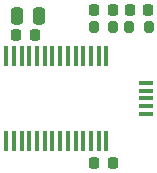
<source format=gbr>
%TF.GenerationSoftware,KiCad,Pcbnew,(5.99.0-10766-geeb405c196)*%
%TF.CreationDate,2021-06-27T17:30:59+04:00*%
%TF.ProjectId,FTDI_Basic_Breakout-3.3V,46544449-5f42-4617-9369-635f42726561,rev?*%
%TF.SameCoordinates,Original*%
%TF.FileFunction,Paste,Top*%
%TF.FilePolarity,Positive*%
%FSLAX46Y46*%
G04 Gerber Fmt 4.6, Leading zero omitted, Abs format (unit mm)*
G04 Created by KiCad (PCBNEW (5.99.0-10766-geeb405c196)) date 2021-06-27 17:30:59*
%MOMM*%
%LPD*%
G01*
G04 APERTURE LIST*
G04 Aperture macros list*
%AMRoundRect*
0 Rectangle with rounded corners*
0 $1 Rounding radius*
0 $2 $3 $4 $5 $6 $7 $8 $9 X,Y pos of 4 corners*
0 Add a 4 corners polygon primitive as box body*
4,1,4,$2,$3,$4,$5,$6,$7,$8,$9,$2,$3,0*
0 Add four circle primitives for the rounded corners*
1,1,$1+$1,$2,$3*
1,1,$1+$1,$4,$5*
1,1,$1+$1,$6,$7*
1,1,$1+$1,$8,$9*
0 Add four rect primitives between the rounded corners*
20,1,$1+$1,$2,$3,$4,$5,0*
20,1,$1+$1,$4,$5,$6,$7,0*
20,1,$1+$1,$6,$7,$8,$9,0*
20,1,$1+$1,$8,$9,$2,$3,0*%
G04 Aperture macros list end*
%ADD10R,0.450000X1.750000*%
%ADD11R,1.300000X0.450000*%
%ADD12RoundRect,0.200000X-0.200000X-0.275000X0.200000X-0.275000X0.200000X0.275000X-0.200000X0.275000X0*%
%ADD13RoundRect,0.250000X-0.250000X-0.475000X0.250000X-0.475000X0.250000X0.475000X-0.250000X0.475000X0*%
%ADD14RoundRect,0.225000X-0.225000X-0.250000X0.225000X-0.250000X0.225000X0.250000X-0.225000X0.250000X0*%
%ADD15RoundRect,0.200000X0.200000X0.275000X-0.200000X0.275000X-0.200000X-0.275000X0.200000X-0.275000X0*%
%ADD16RoundRect,0.218750X-0.218750X-0.256250X0.218750X-0.256250X0.218750X0.256250X-0.218750X0.256250X0*%
%ADD17RoundRect,0.218750X0.218750X0.256250X-0.218750X0.256250X-0.218750X-0.256250X0.218750X-0.256250X0*%
G04 APERTURE END LIST*
D10*
%TO.C,U1*%
X125775000Y-104600000D03*
X126425000Y-104600000D03*
X127075000Y-104600000D03*
X127725000Y-104600000D03*
X128375000Y-104600000D03*
X129025000Y-104600000D03*
X129675000Y-104600000D03*
X130325000Y-104600000D03*
X130975000Y-104600000D03*
X131625000Y-104600000D03*
X132275000Y-104600000D03*
X132925000Y-104600000D03*
X133575000Y-104600000D03*
X134225000Y-104600000D03*
X134225000Y-97400000D03*
X133575000Y-97400000D03*
X132925000Y-97400000D03*
X132275000Y-97400000D03*
X131625000Y-97400000D03*
X130975000Y-97400000D03*
X130325000Y-97400000D03*
X129675000Y-97400000D03*
X129025000Y-97400000D03*
X128375000Y-97400000D03*
X127725000Y-97400000D03*
X127075000Y-97400000D03*
X126425000Y-97400000D03*
X125775000Y-97400000D03*
%TD*%
D11*
%TO.C,J1*%
X137600000Y-102300000D03*
X137600000Y-101650000D03*
X137600000Y-101000000D03*
X137600000Y-100350000D03*
X137600000Y-99700000D03*
%TD*%
D12*
%TO.C,R2*%
X136175000Y-95000000D03*
X137825000Y-95000000D03*
%TD*%
D13*
%TO.C,C2*%
X126650000Y-94000000D03*
X128550000Y-94000000D03*
%TD*%
D14*
%TO.C,C3*%
X133225000Y-106500000D03*
X134775000Y-106500000D03*
%TD*%
D15*
%TO.C,R1*%
X134825000Y-95000000D03*
X133175000Y-95000000D03*
%TD*%
D16*
%TO.C,D1*%
X133212500Y-93500000D03*
X134787500Y-93500000D03*
%TD*%
D14*
%TO.C,C1*%
X126625000Y-95600000D03*
X128175000Y-95600000D03*
%TD*%
D17*
%TO.C,D2*%
X137787500Y-93500000D03*
X136212500Y-93500000D03*
%TD*%
M02*

</source>
